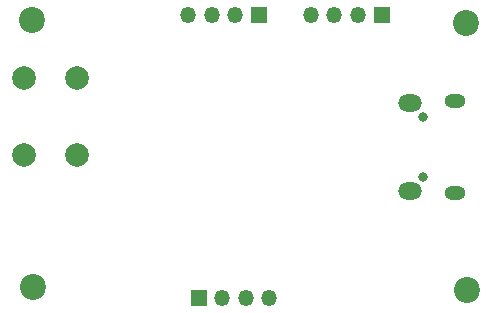
<source format=gbr>
%TF.GenerationSoftware,KiCad,Pcbnew,7.0.2*%
%TF.CreationDate,2023-04-27T00:23:47+05:30*%
%TF.ProjectId,stm32_pcb_design,73746d33-325f-4706-9362-5f6465736967,rev?*%
%TF.SameCoordinates,Original*%
%TF.FileFunction,Soldermask,Bot*%
%TF.FilePolarity,Negative*%
%FSLAX46Y46*%
G04 Gerber Fmt 4.6, Leading zero omitted, Abs format (unit mm)*
G04 Created by KiCad (PCBNEW 7.0.2) date 2023-04-27 00:23:47*
%MOMM*%
%LPD*%
G01*
G04 APERTURE LIST*
%ADD10C,2.200000*%
%ADD11C,2.000000*%
%ADD12R,1.350000X1.350000*%
%ADD13O,1.350000X1.350000*%
%ADD14O,1.800000X1.150000*%
%ADD15O,2.000000X1.450000*%
%ADD16O,0.800000X0.800000*%
G04 APERTURE END LIST*
D10*
%TO.C,H4*%
X154940000Y-101498400D03*
%TD*%
%TO.C,H3*%
X154838400Y-78892400D03*
%TD*%
%TO.C,H2*%
X118160800Y-101244400D03*
%TD*%
%TO.C,H1*%
X118059200Y-78638400D03*
%TD*%
D11*
%TO.C,SW1*%
X121884000Y-90016400D03*
X121884000Y-83516400D03*
X117384000Y-90016400D03*
X117384000Y-83516400D03*
%TD*%
D12*
%TO.C,J4*%
X132200000Y-102100000D03*
D13*
X134200000Y-102100000D03*
X136200000Y-102100000D03*
X138200000Y-102100000D03*
%TD*%
D12*
%TO.C,J3*%
X137300000Y-78200000D03*
D13*
X135300000Y-78200000D03*
X133300000Y-78200000D03*
X131300000Y-78200000D03*
%TD*%
D12*
%TO.C,J2*%
X147700000Y-78200000D03*
D13*
X145700000Y-78200000D03*
X143700000Y-78200000D03*
X141700000Y-78200000D03*
%TD*%
D14*
%TO.C,J1*%
X153938600Y-85477600D03*
X153938600Y-93227600D03*
D15*
X150138600Y-85627600D03*
X150138600Y-93077600D03*
D16*
X151188600Y-86852600D03*
X151188600Y-91852600D03*
%TD*%
M02*

</source>
